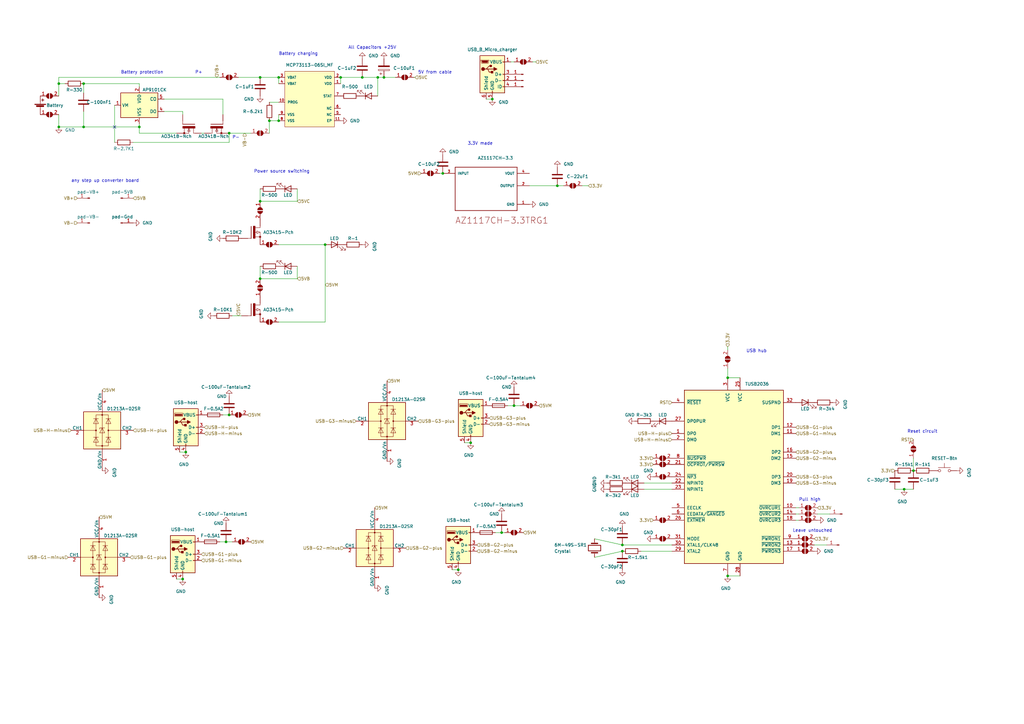
<source format=kicad_sch>
(kicad_sch (version 20211123) (generator eeschema)
  (paper "A3")
  (lib_symbols
    (symbol "3.3:AZ1117CH-3.3TRG1" (pin_names (offset 1.016))
      (property "Reference" "U" (at 2.54 -2.54 0))
      (symbol "AZ1117CH-3.3TRG1_0_0"
        (text "AZ1117CH-3.3TRG1" (at 2.54 -25.4 0) (effects (font (size 2.54 2.54)) (justify left top)))
        (pin power_in line (at 33.02 -20.32 180) (length 5.08) (name "GND") (number "1"))
        (pin power_in line (at 33.02 -12.7 180) (length 5.08) (name "OUTPUT") (number "2"))
        (pin power_in line (at -2.54 -7.62 0) (length 5.08) (name "INPUT") (number "3"))
        (pin power_in line (at 33.02 -7.62 180) (length 5.08) (name "VOUT") (number "4"))
      )
    )
    (symbol "Battery_Management:AP9101CK"
      (property "Reference" "U" (at -7.62 6.35 0))
      (property "Value" "AP9101CK" (at 6.35 6.35 0))
      (symbol "AP9101CK_1_1"
        (pin passive line (at -10.16 0 0) (length 2.54) (name "VM") (number "1"))
        (pin power_in line (at 0 7.62 270) (length 2.54) (name "VDD") (number "2"))
        (pin power_in line (at 0 -7.62 90) (length 2.54) (name "VSS") (number "3"))
        (pin output line (at 10.16 -2.54 180) (length 2.54) (name "DO") (number "4"))
        (pin output line (at 10.16 2.54 180) (length 2.54) (name "CO") (number "5"))
      )
    )
    (symbol "Connector:Conn_01x01_Male" (pin_names (offset 1.016) hide)
      (property "Reference" "J" (at 0 2.54 0))
      (property "Value" "Conn_01x01_Male" (at 0 -2.54 0))
      (symbol "Conn_01x01_Male_1_1"
        (pin passive line (at 5.08 0 180) (length 3.81) (name "Pin_1") (number "1"))
      )
    )
    (symbol "Connector:USB_A" (pin_names (offset 1.016))
      (property "Reference" "J" (at -5.08 11.43 0))
      (property "Value" "USB_A" (at -5.08 8.89 0))
      (symbol "USB_A_1_1"
        (pin power_in line (at 7.62 5.08 180) (length 2.54) (name "VBUS") (number "1"))
        (pin bidirectional line (at 7.62 -2.54 180) (length 2.54) (name "D-") (number "2"))
        (pin bidirectional line (at 7.62 0 180) (length 2.54) (name "D+") (number "3"))
        (pin power_in line (at 0 -10.16 90) (length 2.54) (name "GND") (number "4"))
        (pin passive line (at -2.54 -10.16 90) (length 2.54) (name "Shield") (number "5"))
      )
    )
    (symbol "Connector:USB_B_Micro" (pin_names (offset 1.016))
      (property "Reference" "J" (at -5.08 11.43 0))
      (property "Value" "USB_B_Micro" (at -5.08 8.89 0))
      (symbol "USB_B_Micro_1_1"
        (pin power_out line (at 7.62 5.08 180) (length 2.54) (name "VBUS") (number "1"))
        (pin bidirectional line (at 7.62 -2.54 180) (length 2.54) (name "D-") (number "2"))
        (pin bidirectional line (at 7.62 0 180) (length 2.54) (name "D+") (number "3"))
        (pin passive line (at 7.62 -5.08 180) (length 2.54) (name "ID") (number "4"))
        (pin power_out line (at 0 -10.16 90) (length 2.54) (name "GND") (number "5"))
        (pin passive line (at -2.54 -10.16 90) (length 2.54) (name "Shield") (number "6"))
      )
    )
    (symbol "D1213A-02SR:D1213A-02SR" (pin_names (offset 0))
      (property "Reference" "D" (at 2.794 8.636 0))
      (property "Value" "D1213A-02SR" (at -10.16 8.89 0))
      (symbol "D1213A-02SR_1_1"
        (pin passive line (at 0 -16.51 90) (length 9) (name "GND/Vn") (number "1"))
        (pin passive line (at -12.7 0 0) (length 5.08) (name "CH1") (number "2"))
        (pin passive line (at 12.7 0 180) (length 5.08) (name "CH2") (number "3"))
        (pin passive line (at 0 16.51 270) (length 9.5) (name "VCC/Vn") (number "4"))
      )
    )
    (symbol "Device:Battery_Cell" (pin_numbers hide) (pin_names (offset 0) hide)
      (property "Reference" "BT" (at 2.54 2.54 0))
      (property "Value" "Battery_Cell" (at 2.54 0 0))
      (symbol "Battery_Cell_1_1"
        (pin passive line (at 0 5.08 270) (length 2.54) (name "+") (number "1"))
        (pin passive line (at 0 -2.54 90) (length 2.54) (name "-") (number "2"))
      )
    )
    (symbol "Device:C" (pin_numbers hide) (pin_names (offset 0.254))
      (property "Reference" "C" (at 0.635 2.54 0))
      (property "Value" "C" (at 0.635 -2.54 0))
      (symbol "C_1_1"
        (pin passive line (at 0 3.81 270) (length 2.794) (name "~") (number "1"))
        (pin passive line (at 0 -3.81 90) (length 2.794) (name "~") (number "2"))
      )
    )
    (symbol "Device:C_Polarized" (pin_numbers hide) (pin_names (offset 0.254))
      (property "Reference" "C" (at 0.635 2.54 0))
      (property "Value" "C_Polarized" (at 0.635 -2.54 0))
      (symbol "C_Polarized_1_1"
        (pin passive line (at 0 3.81 270) (length 2.794) (name "~") (number "1"))
        (pin passive line (at 0 -3.81 90) (length 2.794) (name "~") (number "2"))
      )
    )
    (symbol "Device:Crystal" (pin_numbers hide) (pin_names (offset 1.016) hide)
      (property "Reference" "Y" (at 0 3.81 0))
      (property "Value" "Crystal" (at 0 -3.81 0))
      (symbol "Crystal_1_1"
        (pin passive line (at -3.81 0 0) (length 1.27) (name "1") (number "1"))
        (pin passive line (at 3.81 0 180) (length 1.27) (name "2") (number "2"))
      )
    )
    (symbol "Device:Fuse" (pin_numbers hide) (pin_names (offset 0))
      (property "Reference" "F" (at 2.032 0 90))
      (property "Value" "Fuse" (at -1.905 0 90))
      (symbol "Fuse_1_1"
        (pin passive line (at 0 3.81 270) (length 1.27) (name "~") (number "1"))
        (pin passive line (at 0 -3.81 90) (length 1.27) (name "~") (number "2"))
      )
    )
    (symbol "Device:LED" (pin_numbers hide) (pin_names (offset 1.016) hide)
      (property "Reference" "D" (at 0 2.54 0))
      (property "Value" "LED" (at 0 -2.54 0))
      (symbol "LED_1_1"
        (pin passive line (at -3.81 0 0) (length 2.54) (name "K") (number "1"))
        (pin passive line (at 3.81 0 180) (length 2.54) (name "A") (number "2"))
      )
    )
    (symbol "Device:R" (pin_numbers hide) (pin_names (offset 0))
      (property "Reference" "R" (at 2.032 0 90))
      (property "Value" "R" (at 0 0 90))
      (symbol "R_1_1"
        (pin passive line (at 0 3.81 270) (length 1.27) (name "~") (number "1"))
        (pin passive line (at 0 -3.81 90) (length 1.27) (name "~") (number "2"))
      )
    )
    (symbol "Interface_USB:TUSB2036" (pin_names (offset 1.016))
      (property "Reference" "U" (at -19.05 36.83 0))
      (property "Value" "TUSB2036" (at 0 0 0))
      (symbol "TUSB2036_1_1"
        (pin bidirectional line (at -25.4 17.78 0) (length 5.08) (name "DP0") (number "1"))
        (pin input line (at 25.4 -12.7 180) (length 5.08) (name "~{OVRCUR1}") (number "10"))
        (pin bidirectional line (at 25.4 17.78 180) (length 5.08) (name "DM1") (number "11"))
        (pin bidirectional line (at 25.4 20.32 180) (length 5.08) (name "DP1") (number "12"))
        (pin output line (at 25.4 -27.94 180) (length 5.08) (name "~{PWRON2}") (number "13"))
        (pin input line (at 25.4 -15.24 180) (length 5.08) (name "~{OVRCUR2}") (number "14"))
        (pin bidirectional line (at 25.4 7.62 180) (length 5.08) (name "DM2") (number "15"))
        (pin bidirectional line (at 25.4 10.16 180) (length 5.08) (name "DP2") (number "16"))
        (pin output line (at 25.4 -30.48 180) (length 5.08) (name "~{PWRON3}") (number "17"))
        (pin input line (at 25.4 -17.78 180) (length 5.08) (name "~{OVRCUR3}") (number "18"))
        (pin bidirectional line (at 25.4 -2.54 180) (length 5.08) (name "DM3") (number "19"))
        (pin bidirectional line (at -25.4 15.24 0) (length 5.08) (name "DM0") (number "2"))
        (pin bidirectional line (at 25.4 0 180) (length 5.08) (name "DP3") (number "20"))
        (pin input line (at -25.4 5.08 0) (length 5.08) (name "~{OCPROT}/~{PWRSW}") (number "21"))
        (pin input line (at -25.4 -2.54 0) (length 5.08) (name "NPINT0") (number "22"))
        (pin input line (at -25.4 -5.08 0) (length 5.08) (name "NPINT1") (number "23"))
        (pin input line (at -25.4 0 0) (length 5.08) (name "~{NP3}") (number "24"))
        (pin power_in line (at 2.54 40.64 270) (length 5.08) (name "VCC") (number "25"))
        (pin input line (at -25.4 -17.78 0) (length 5.08) (name "~{EXTMEM}") (number "26"))
        (pin output line (at -25.4 22.86 0) (length 5.08) (name "DP0PUR") (number "27"))
        (pin power_in line (at 2.54 -40.64 90) (length 5.08) (name "GND") (number "28"))
        (pin output line (at -25.4 -30.48 0) (length 5.08) (name "XTAL2") (number "29"))
        (pin power_in line (at -2.54 40.64 270) (length 5.08) (name "VCC") (number "3"))
        (pin input line (at -25.4 -27.94 0) (length 5.08) (name "XTAL1/CLK48") (number "30"))
        (pin input line (at -25.4 -25.4 0) (length 5.08) (name "MODE") (number "31"))
        (pin output line (at 25.4 30.48 180) (length 5.08) (name "SUSPND") (number "32"))
        (pin input line (at -25.4 30.48 0) (length 5.08) (name "~{RESET}") (number "4"))
        (pin tri_state line (at -25.4 -12.7 0) (length 5.08) (name "EECLK") (number "5"))
        (pin bidirectional line (at -25.4 -15.24 0) (length 5.08) (name "EEDATA/~{GANGED}") (number "6"))
        (pin power_in line (at -2.54 -40.64 90) (length 5.08) (name "GND") (number "7"))
        (pin input line (at -25.4 7.62 0) (length 5.08) (name "~{BUSPWR}") (number "8"))
        (pin output line (at 25.4 -25.4 180) (length 5.08) (name "~{PWRON1}") (number "9"))
      )
    )
    (symbol "Jumper:SolderJumper_2_Open" (pin_names (offset 0) hide)
      (property "Reference" "JP" (at 0 2.032 0))
      (property "Value" "SolderJumper_2_Open" (at 0 -2.54 0))
      (symbol "SolderJumper_2_Open_1_1"
        (pin passive line (at -3.81 0 0) (length 2.54) (name "A") (number "1"))
        (pin passive line (at 3.81 0 180) (length 2.54) (name "B") (number "2"))
      )
    )
    (symbol "Switch:SW_Push" (pin_numbers hide) (pin_names (offset 1.016) hide)
      (property "Reference" "SW" (at 1.27 2.54 0))
      (property "Value" "SW_Push" (at 0 -1.524 0))
      (symbol "SW_Push_0_1"
        (pin passive line (at -5.08 0 0) (length 2.54) (name "1") (number "1"))
        (pin passive line (at 5.08 0 180) (length 2.54) (name "2") (number "2"))
      )
    )
    (symbol "ao3415:AO3415" (pin_numbers hide) (pin_names (offset 1.016) hide)
      (property "Reference" "Q" (at -11.684 2.54 0))
      (property "Value" "AO3415" (at -11.43 5.08 0))
      (symbol "AO3415_0_0"
        (pin passive line (at -7.62 -2.54 0) (length 2.54) (name "~") (number "1"))
        (pin passive line (at 0 -5.08 90) (length 2.54) (name "~") (number "2"))
        (pin passive line (at 0 5.08 270) (length 2.54) (name "~") (number "3"))
      )
    )
    (symbol "charger-ic:MCP73113-06SI_MF" (pin_names (offset 1.016))
      (property "Reference" "U" (at 0 5.08 0))
      (property "Value" "MCP73113-06SI_MF" (at 0 7.62 0))
      (symbol "MCP73113-06SI_MF_1_1"
        (pin power_in line (at 2.54 -2.54 0) (length 2.54) (name "VDD") (number "1"))
        (pin input line (at 27.94 -10.16 180) (length 2.54) (name "PROG") (number "10"))
        (pin power_in line (at 2.54 -17.78 0) (length 2.54) (name "EP") (number "11"))
        (pin power_in line (at 2.54 0 0) (length 2.54) (name "VDD") (number "2"))
        (pin power_in line (at 27.94 0 180) (length 2.54) (name "VBAT") (number "3"))
        (pin power_in line (at 27.94 -2.54 180) (length 2.54) (name "VBAT") (number "4"))
        (pin passive line (at 2.54 -15.24 0) (length 2.54) (name "NC") (number "5"))
        (pin passive line (at 2.54 -12.7 0) (length 2.54) (name "NC") (number "6"))
        (pin open_collector line (at 2.54 -7.62 0) (length 2.54) (name "STAT") (number "7"))
        (pin power_in line (at 27.94 -17.78 180) (length 2.54) (name "VSS") (number "8"))
        (pin power_in line (at 27.94 -15.24 180) (length 2.54) (name "VSS") (number "9"))
      )
    )
    (symbol "mosfet:AO3418" (pin_numbers hide) (pin_names (offset 1.016) hide)
      (property "Reference" "Q" (at -11.684 2.54 0))
      (property "Value" "AO3418" (at -11.684 -6.858 0))
      (symbol "AO3418_0_0"
        (pin passive line (at -7.62 -2.54 0) (length 2.54) (name "~") (number "1"))
        (pin passive line (at 0 -5.08 90) (length 2.54) (name "~") (number "2"))
        (pin passive line (at 0 5.08 270) (length 2.54) (name "~") (number "3"))
      )
    )
    (symbol "power:GND" (power) (pin_names (offset 0))
      (property "Value" "GND" (at 0 -3.81 0))
      (symbol "GND_1_1"
        (pin power_in line (at 0 0 270) (length 0) hide (name "GND") (number "1"))
      )
    )
  )
  (junction (at 193.04 181.61))
  (junction (at 370.84 200.66))
  (junction (at 106.68 31.75))
  (junction (at 298.45 236.22))
  (junction (at 74.93 237.49))
  (junction (at 76.2 185.42))
  (junction (at 34.29 34.29))
  (junction (at 24.13 34.29))
  (junction (at 93.98 54.61))
  (junction (at 114.3 31.75))
  (junction (at 106.68 82.55))
  (junction (at 148.59 31.75))
  (junction (at 154.94 31.75))
  (junction (at 139.7 31.75))
  (junction (at 93.98 170.18))
  (junction (at 255.27 223.52))
  (junction (at 201.93 40.64))
  (junction (at 298.45 154.94))
  (junction (at 210.82 166.37))
  (junction (at 374.65 193.04))
  (junction (at 133.35 100.33))
  (junction (at 205.74 218.44))
  (junction (at 228.6 76.2))
  (junction (at 114.3 49.53))
  (junction (at 157.48 31.75))
  (junction (at 110.49 49.53))
  (junction (at 181.61 71.12))
  (junction (at 57.15 52.07))
  (junction (at 24.13 52.07))
  (junction (at 34.29 52.07))
  (junction (at 92.71 222.25))
  (junction (at 187.96 233.68))
  (junction (at 106.68 114.3))
  (junction (at 255.27 226.06))
  (no_connect (at 46.99 52.07))
  (wire (pts (xy 162.1792 31.75) (xy 157.48 31.75)))
  (wire (pts (xy 34.29 45.72) (xy 34.29 52.07)))
  (wire (pts (xy 34.29 34.29) (xy 34.29 38.1)))
  (wire (pts (xy 262.89 226.06) (xy 275.59 226.06)))
  (wire (pts (xy 139.7 34.29) (xy 139.7 31.75)))
  (wire (pts (xy 241.3 76.2) (xy 238.76 76.2)))
  (wire (pts (xy 210.82 25.4) (xy 209.55 25.4)))
  (wire (pts (xy 57.15 54.61) (xy 57.15 52.07)))
  (wire (pts (xy 303.53 154.94) (xy 298.45 154.94)))
  (wire (pts (xy 327.66 210.82) (xy 326.39 210.82)))
  (wire (pts (xy 298.45 142.24) (xy 298.45 143.51)))
  (wire (pts (xy 24.13 46.99) (xy 24.13 52.07)))
  (wire (pts (xy 303.53 236.22) (xy 298.45 236.22)))
  (wire (pts (xy 180.34 71.12) (xy 181.61 71.12)))
  (wire (pts (xy 121.92 114.3) (xy 106.68 114.3)))
  (wire (pts (xy 92.71 222.25) (xy 90.17 222.25)))
  (wire (pts (xy 114.3 132.08) (xy 133.35 132.08)))
  (wire (pts (xy 76.2 185.42) (xy 73.66 185.42)))
  (wire (pts (xy 74.93 237.49) (xy 72.39 237.49)))
  (wire (pts (xy 170.18 31.75) (xy 169.7992 31.75)))
  (wire (pts (xy 157.48 31.75) (xy 154.94 31.75)))
  (wire (pts (xy 228.6 76.2) (xy 217.17 76.2)))
  (wire (pts (xy 154.94 39.37) (xy 154.94 31.75)))
  (wire (pts (xy 219.71 25.4) (xy 218.44 25.4)))
  (wire (pts (xy 205.74 218.44) (xy 203.2 218.44)))
  (wire (pts (xy 97.79 31.75) (xy 106.68 31.75)))
  (wire (pts (xy 121.92 77.47) (xy 121.92 82.55)))
  (wire (pts (xy 57.15 34.29) (xy 57.15 35.56)))
  (wire (pts (xy 106.68 31.75) (xy 114.3 31.75)))
  (wire (pts (xy 154.94 31.75) (xy 148.59 31.75)))
  (wire (pts (xy 95.25 222.25) (xy 92.71 222.25)))
  (wire (pts (xy 210.82 166.37) (xy 208.28 166.37)))
  (wire (pts (xy 231.14 76.2) (xy 228.6 76.2)))
  (wire (pts (xy 57.15 50.8) (xy 57.15 52.07)))
  (wire (pts (xy 57.15 52.07) (xy 34.29 52.07)))
  (wire (pts (xy 213.36 166.37) (xy 210.82 166.37)))
  (wire (pts (xy 24.13 31.75) (xy 90.17 31.75)))
  (wire (pts (xy 327.66 208.28) (xy 326.39 208.28)))
  (wire (pts (xy 46.99 43.18) (xy 46.99 58.42)))
  (wire (pts (xy 243.84 228.6) (xy 255.27 226.06)))
  (wire (pts (xy 193.04 181.61) (xy 190.5 181.61)))
  (wire (pts (xy 264.16 198.12) (xy 275.59 198.12)))
  (wire (pts (xy 93.98 54.61) (xy 102.87 54.61)))
  (wire (pts (xy 26.67 34.29) (xy 24.13 34.29)))
  (wire (pts (xy 95.25 129.54) (xy 99.06 129.54)))
  (wire (pts (xy 34.29 52.07) (xy 24.13 52.07)))
  (wire (pts (xy 207.01 218.44) (xy 205.74 218.44)))
  (wire (pts (xy 133.35 100.33) (xy 114.3 100.33)))
  (wire (pts (xy 340.36 210.82) (xy 335.28 210.82)))
  (wire (pts (xy 91.44 40.64) (xy 91.44 46.99)))
  (wire (pts (xy 264.16 200.66) (xy 275.59 200.66)))
  (wire (pts (xy 72.39 54.61) (xy 57.15 54.61)))
  (wire (pts (xy 114.3 49.53) (xy 114.3 46.99)))
  (wire (pts (xy 199.39 40.64) (xy 201.93 40.64)))
  (wire (pts (xy 24.13 34.29) (xy 24.13 31.75)))
  (wire (pts (xy 370.84 200.66) (xy 374.65 200.66)))
  (wire (pts (xy 82.55 54.61) (xy 83.82 54.61)))
  (wire (pts (xy 243.84 220.98) (xy 255.27 223.52)))
  (wire (pts (xy 24.13 39.37) (xy 24.13 34.29)))
  (wire (pts (xy 374.65 187.96) (xy 374.65 193.04)))
  (wire (pts (xy 106.68 109.22) (xy 106.68 114.3)))
  (wire (pts (xy 148.59 31.75) (xy 139.7 31.75)))
  (wire (pts (xy 67.31 45.72) (xy 74.93 45.72)))
  (wire (pts (xy 114.3 31.75) (xy 114.3 34.29)))
  (wire (pts (xy 91.44 40.64) (xy 67.31 40.64)))
  (wire (pts (xy 339.09 223.52) (xy 334.01 223.52)))
  (wire (pts (xy 121.92 82.55) (xy 106.68 82.55)))
  (wire (pts (xy 74.93 45.72) (xy 74.93 46.99)))
  (wire (pts (xy 93.98 58.42) (xy 93.98 54.61)))
  (wire (pts (xy 93.98 170.18) (xy 91.44 170.18)))
  (wire (pts (xy 106.68 77.47) (xy 106.68 82.55)))
  (wire (pts (xy 298.45 151.13) (xy 298.45 154.94)))
  (wire (pts (xy 187.96 233.68) (xy 185.42 233.68)))
  (wire (pts (xy 327.66 213.36) (xy 326.39 213.36)))
  (wire (pts (xy 255.27 223.52) (xy 275.59 223.52)))
  (wire (pts (xy 121.92 109.22) (xy 121.92 114.3)))
  (wire (pts (xy 114.3 41.91) (xy 110.49 41.91)))
  (wire (pts (xy 54.61 58.42) (xy 93.98 58.42)))
  (wire (pts (xy 110.49 49.53) (xy 110.49 54.61)))
  (wire (pts (xy 367.03 200.66) (xy 370.84 200.66)))
  (wire (pts (xy 110.49 49.53) (xy 114.3 49.53)))
  (wire (pts (xy 133.35 132.08) (xy 133.35 100.33)))
  (wire (pts (xy 34.29 34.29) (xy 57.15 34.29)))
  (text "USB hub" (at 306.07 144.78 0) (effects (font (size 1.27 1.27)) (justify left bottom)))
  (text "All Capacitors +25V" (at 162.56 20.32 180) (effects (font (size 1.27 1.27)) (justify right bottom)))
  (text "3.3V made" (at 191.77 59.69 0) (effects (font (size 1.27 1.27)) (justify left bottom)))
  (text "Reset circuit" (at 372.11 177.8 0) (effects (font (size 1.27 1.27)) (justify left bottom)))
  (text "any step up converter board" (at 29.21 74.93 0) (effects (font (size 1.27 1.27)) (justify left bottom)))
  (text "P+" (at 80.01 30.48 0) (effects (font (size 1.27 1.27)) (justify left bottom)))
  (text "5V from cable" (at 171.45 30.48 0) (effects (font (size 1.27 1.27)) (justify left bottom)))
  (text "P-" (at 95.25 57.15 0) (effects (font (size 1.27 1.27)) (justify left bottom)))
  (text "Battery protection" (at 49.53 30.48 0) (effects (font (size 1.27 1.27)) (justify left bottom)))
  (text "Leave untouched" (at 325.12 218.44 0) (effects (font (size 1.27 1.27)) (justify left bottom)))
  (text "Pull high" (at 327.66 205.74 0) (effects (font (size 1.27 1.27)) (justify left bottom)))
  (text "Battery charging" (at 114.3 22.86 0) (effects (font (size 1.27 1.27)) (justify left bottom)))
  (text "Power source switching" (at 104.14 71.12 0) (effects (font (size 1.27 1.27)) (justify left bottom)))
  (hierarchical_label "5VM" (shape input) (at 40.64 212.09 0))
  (hierarchical_label "USB-G1-minus" (shape input) (at 326.39 177.8 0))
  (hierarchical_label "3.3V" (shape input) (at 367.03 193.04 180))
  (hierarchical_label "5VM" (shape input) (at 214.63 218.44 0))
  (hierarchical_label "USB-H-plus" (shape input) (at 275.59 177.8 180))
  (hierarchical_label "USB-H-minus" (shape input) (at 29.21 176.53 180))
  (hierarchical_label "3.3V" (shape input) (at 267.97 190.5 180))
  (hierarchical_label "USB-G3-plus" (shape input) (at 171.45 172.72 0))
  (hierarchical_label "5VM" (shape input) (at 41.91 160.02 0))
  (hierarchical_label "USB-G3-minus" (shape input) (at 200.66 173.99 0))
  (hierarchical_label "USB-G2-plus" (shape input) (at 326.39 185.42 0))
  (hierarchical_label "5VM" (shape input) (at 172.72 71.12 180))
  (hierarchical_label "VB+" (shape input) (at 88.9 31.75 90))
  (hierarchical_label "USB-G3-plus" (shape input) (at 200.66 171.45 0))
  (hierarchical_label "USB-H-minus" (shape input) (at 83.82 177.8 0))
  (hierarchical_label "5VM" (shape input) (at 158.75 156.21 0))
  (hierarchical_label "RST" (shape input) (at 374.65 180.34 180))
  (hierarchical_label "5VM" (shape input) (at 220.98 166.37 0))
  (hierarchical_label "3.3V" (shape input) (at 298.45 142.24 90))
  (hierarchical_label "5VM" (shape input) (at 102.87 222.25 0))
  (hierarchical_label "3.3V" (shape input) (at 334.01 220.98 0))
  (hierarchical_label "USB-G2-minus" (shape input) (at 140.97 224.79 180))
  (hierarchical_label "3.3V" (shape input) (at 267.97 187.96 180))
  (hierarchical_label "USB-G1-plus" (shape input) (at 82.55 227.33 0))
  (hierarchical_label "USB-H-plus" (shape input) (at 83.82 175.26 0))
  (hierarchical_label "3.3V" (shape input) (at 241.3 76.2 0))
  (hierarchical_label "RST" (shape input) (at 275.59 165.1 180))
  (hierarchical_label "USB-G2-minus" (shape input) (at 195.58 226.06 0))
  (hierarchical_label "USB-H-minus" (shape input) (at 275.59 180.34 180))
  (hierarchical_label "5VC" (shape input) (at 219.71 25.4 0))
  (hierarchical_label "5VB" (shape input) (at 121.92 114.3 0))
  (hierarchical_label "VB-" (shape input) (at 31.75 91.44 180))
  (hierarchical_label "USB-G2-plus" (shape input) (at 195.58 223.52 0))
  (hierarchical_label "USB-G1-plus" (shape input) (at 53.34 228.6 0))
  (hierarchical_label "USB-G3-minus" (shape input) (at 326.39 198.12 0))
  (hierarchical_label "USB-G2-minus" (shape input) (at 326.39 187.96 0))
  (hierarchical_label "5VM" (shape input) (at 133.35 116.84 0))
  (hierarchical_label "USB-G2-plus" (shape input) (at 166.37 224.79 0))
  (hierarchical_label "5VM" (shape input) (at 153.67 208.28 0))
  (hierarchical_label "USB-G3-minus" (shape input) (at 146.05 172.72 180))
  (hierarchical_label "USB-G1-minus" (shape input) (at 82.55 229.87 0))
  (hierarchical_label "5VC" (shape input) (at 170.18 31.75 0))
  (hierarchical_label "USB-G3-plus" (shape input) (at 326.39 195.58 0))
  (hierarchical_label "VB-" (shape input) (at 100.33 54.61 270))
  (hierarchical_label "3.3V" (shape input) (at 267.97 213.36 180))
  (hierarchical_label "USB-H-plus" (shape input) (at 54.61 176.53 0))
  (hierarchical_label "3.3V" (shape input) (at 335.28 208.28 0))
  (hierarchical_label "USB-G1-minus" (shape input) (at 27.94 228.6 180))
  (hierarchical_label "5VB" (shape input) (at 54.61 81.28 0))
  (hierarchical_label "5VC" (shape input) (at 97.79 129.54 90))
  (hierarchical_label "5VC" (shape input) (at 121.92 82.55 0))
  (hierarchical_label "VB+" (shape input) (at 31.75 81.28 180))
  (hierarchical_label "USB-G1-plus" (shape input) (at 326.39 175.26 0))
  (hierarchical_label "5VM" (shape input) (at 101.6 170.18 0))
  (symbol (lib_id "Device:LED") (at 260.35 198.12 0) (mirror x) (unit 1)
    (property "Reference" "D9" (effects hide))
    (property "Value" "LED" (at 260.35 195.58 0))
  )
  (symbol (lib_id "Device:Crystal") (at 243.84 224.79 270) (mirror x) (unit 1)
    (property "Reference" "6M-49S-SR1" (at 227.33 223.52 90) (effects (justify left)))
    (property "Value" "Crystal" (at 227.33 226.06 90) (effects (justify left)))
  )
  (symbol (lib_id "Device:R") (at 95.25 97.79 270) (unit 1)
    (property "Reference" "R-10K2" (at 95.25 95.25 90))
    (property "Value" "R" (effects hide))
  )
  (symbol (lib_id "power:GND") (at 267.97 220.98 270) (unit 1)
    (property "Reference" "#PWR0136" (effects hide))
    (property "Value" "GND" (at 267.97 218.44 90) (effects (justify right)))
  )
  (symbol (lib_id "Device:R") (at 50.8 58.42 90) (unit 1)
    (property "Reference" "R-2.7K1" (at 50.8 60.96 90))
    (property "Value" "R" (effects hide))
  )
  (symbol (lib_id "Device:C") (at 148.59 27.94 0) (mirror x) (unit 1)
    (property "Reference" "C-1uF2" (at 138.43 27.94 0) (effects (justify left)))
    (property "Value" "C" (effects hide))
  )
  (symbol (lib_id "3.3:AZ1117CH-3.3TRG1") (at 184.15 63.5 0) (unit 1)
    (property "Reference" "AZ1117CH-3.3" (at 203.2 64.77 0))
    (property "Value" "AZ1117CH-3.3TRG1" (effects hide))
    (property "Footprint" "DIODES_AZ1117CH-3.3TRG1_0" (effects hide))
    (property "DATASHEET" "https://www.diodes.com/assets/Datasheets/AZ1117C.pdf" (effects hide))
    (property "FOOTPRINT_URL" "https://www.diodes.com/assets/Package-Files/SOT223.pdf" (effects hide))
    (property "HEIGHT" "1.8mm" (effects hide))
    (property "LEAD_FREE" "yes" (effects hide))
    (property "NUMBER_OF_OUTPUTS" "1" (effects hide))
    (property "OUTPUT_CURRENT" "0.8A" (effects hide))
    (property "MOUSER_DESCRIPTION" "LDO Voltage Regulators LDO BJT HiCurr 1.15V at 1A" (effects hide))
    (property "MFG_PACKAGE_IDENT_REV" "0" (effects hide))
    (property "TEMPERATURE_RANGE_LOW" "-20°C" (effects hide))
    (property "AMBIENT_TEMPERATURE_RANGE_LOW" "-40°C" (effects hide))
    (property "ROHS" "yes" (effects hide))
    (property "VERIFICATION_VERSION" "0.0.0.1" (effects hide))
    (property "PACKAGE" "SOT223" (effects hide))
    (property "DIGIKEY_PART_NUMBER" "AZ1117CH-3.3TRG1DICT-ND" (effects hide))
    (property "AMBIENT_TEMPERATURE_RANGE_HIGH" "+85°C" (effects hide))
    (property "DEVICE_CLASS_L2" "Power Management ICs" (effects hide))
    (property "DEVICE_CLASS_L3" "Voltage Regulators - Linear" (effects hide))
    (property "MF" "Diodes" (effects hide))
    (property "DEVICE_CLASS_L1" "Integrated Circuits (ICs)" (effects hide))
    (property "MPN" "AZ1117CH-3.3TRG1" (effects hide))
    (property "STANDOFF_HEIGHT" "0.01mm" (effects hide))
    (property "PREFIX" "U" (effects hide))
    (property "MAX_JUNCTION_TEMP" "+125°C" (effects hide))
    (property "DIGIKEY_DESCRIPTION" "IC REG LINEAR 3.3V 800MA SOT223" (effects hide))
    (property "MAX_SUPPLY_VOLTAGE" "15V" (effects hide))
    (property "MFG_PACKAGE_IDENT" "SOT223" (effects hide))
    (property "CENTROID_NOT_SPECIFIED" "No" (effects hide))
    (property "NOMINAL_SUPPLY_CURRENT" "4mA" (effects hide))
    (property "MOUSER_PART_NUMBER" "621-AZ1117CH-3.3TRG1" (effects hide))
    (property "TEMPERATURE_RANGE_HIGH" "+125°C" (effects hide))
    (property "ACCURACY_PERCENTAGE" "1%" (effects hide))
    (property "OUTPUT_VOLTAGE" "3.3V" (effects hide))
    (property "MFG_PACKAGE_IDENT_DATE" "03/2017" (effects hide))
    (property "DROPOUT_VOLTAGE" "1.2V" (effects hide))
  )
  (symbol (lib_id "charger-ic:MCP73113-06SI_MF") (at 142.24 31.75 0) (mirror y) (unit 1)
    (property "Reference" "U2" (effects hide))
    (property "Value" "MCP73113-06SI_MF" (at 127 26.67 0))
    (property "Footprint" "Microchip-MCP73113-06SI_MF-*" (effects hide))
    (property "Datasheet Version" "revB, Jul-2009" (effects hide))
    (property "Package Description" "10-Lead Plastic Dual Flat, No Lead Package (MF) - 3x3x0.9mm Body [DFN]" (effects hide))
    (property "Package Version" "revBB, Aug-2009" (effects hide))
    (property "category" "IC" (effects hide))
    (property "ciiva ids" "961350" (effects hide))
    (property "library id" "f0137b9eeb54866d" (effects hide))
    (property "manufacturer" "Microchip" (effects hide))
    (property "package" "DFN-MF10" (effects hide))
    (property "release date" "1300348562" (effects hide))
    (property "vault revision" "5E34CB8A-9EBF-4377-A7F7-58D6D8FE722C" (effects hide))
    (property "imported" "yes" (effects hide))
  )
  (symbol (lib_id "Jumper:SolderJumper_2_Open") (at 97.79 170.18 0) (unit 1)
    (property "Reference" "JP4" (effects hide))
    (property "Value" "SolderJumper_2_Open" (effects hide))
  )
  (symbol (lib_id "Connector:Conn_01x01_Male") (at 49.53 81.28 0) (unit 1)
    (property "Reference" "J3" (effects hide))
    (property "Value" "pad-5VB" (at 50.165 78.74 0))
  )
  (symbol (lib_id "Jumper:SolderJumper_2_Open") (at 234.95 76.2 0) (unit 1)
    (property "Reference" "JP16" (effects hide))
    (property "Value" "SolderJumper_2_Open" (effects hide))
  )
  (symbol (lib_id "Device:R") (at 143.51 39.37 270) (mirror x) (unit 1)
    (property "Reference" "R1" (effects hide))
    (property "Value" "R-500" (at 143.51 35.56 90))
  )
  (symbol (lib_id "mosfet:AO3418") (at 88.9 54.61 90) (mirror x) (unit 1)
    (property "Reference" "Q2" (effects hide))
    (property "Value" "AO3418-Nch" (at 87.63 55.88 90))
  )
  (symbol (lib_id "Device:R") (at 144.78 100.33 90) (mirror x) (unit 1)
    (property "Reference" "R-1" (at 144.78 97.79 90))
    (property "Value" "R" (effects hide))
  )
  (symbol (lib_id "ao3415:AO3415") (at 106.68 95.25 0) (unit 1)
    (property "Reference" "Q3" (effects hide))
    (property "Value" "AO3415-Pch" (at 107.95 95.2753 0) (effects (justify left)))
  )
  (symbol (lib_id "Jumper:SolderJumper_2_Open") (at 331.47 210.82 0) (unit 1)
    (property "Reference" "JP27" (effects hide))
    (property "Value" "SolderJumper_2_Open" (effects hide))
  )
  (symbol (lib_id "Device:R") (at 110.49 77.47 270) (mirror x) (unit 1)
    (property "Reference" "R2" (effects hide))
    (property "Value" "R-500" (at 110.49 80.01 90))
  )
  (symbol (lib_id "Connector:USB_A") (at 76.2 175.26 0) (unit 1)
    (property "Reference" "J6" (effects hide))
    (property "Value" "USB-host" (at 76.2 165.1 0))
    (property "Datasheet" " ~" (effects hide))
  )
  (symbol (lib_id "D1213A-02SR:D1213A-02SR") (at 153.67 224.79 0) (unit 1)
    (property "Reference" "D7" (effects hide))
    (property "Value" "D1213A-02SR" (at 162.56 215.9 0))
    (property "Footprint" "Package_TO_SOT_SMD:SOT-143" (effects hide))
    (property "Datasheet" "https://www.tme.eu/Document/cd3c99dfb4b2f2de15fc9cdceb3df3db/D1213A-02SR.pdf" (effects hide))
  )
  (symbol (lib_id "Jumper:SolderJumper_2_Open") (at 217.17 166.37 0) (unit 1)
    (property "Reference" "JP15" (effects hide))
    (property "Value" "SolderJumper_2_Open" (effects hide))
  )
  (symbol (lib_id "Device:Fuse") (at 86.36 222.25 90) (unit 1)
    (property "Reference" "F-0.5A1" (at 86.36 219.71 90))
    (property "Value" "Fuse" (effects hide))
  )
  (symbol (lib_id "power:GND") (at 217.17 83.82 90) (unit 1)
    (property "Reference" "#PWR0133" (effects hide))
    (property "Value" "GND" (at 220.98 83.8199 90) (effects (justify right)))
  )
  (symbol (lib_id "power:GND") (at 335.28 213.36 90) (unit 1)
    (property "Reference" "#PWR0127" (effects hide))
    (property "Value" "GND" (at 339.09 213.3599 90) (effects (justify right)))
  )
  (symbol (lib_id "power:GND") (at 181.61 63.5 180) (unit 1)
    (property "Reference" "#PWR0111" (effects hide))
    (property "Value" "GND" (at 184.15 62.2299 0) (effects (justify right)))
  )
  (symbol (lib_id "power:GND") (at 205.74 210.82 180) (unit 1)
    (property "Reference" "#PWR0115" (effects hide))
    (property "Value" "GND" (at 200.66 210.82 0) (effects (justify right)))
  )
  (symbol (lib_id "power:GND") (at 93.98 162.56 180) (unit 1)
    (property "Reference" "#PWR0105" (effects hide))
    (property "Value" "GND" (at 88.9 162.56 0) (effects (justify right)))
  )
  (symbol (lib_id "Device:R") (at 30.48 34.29 90) (unit 1)
    (property "Reference" "R-330" (at 30.48 36.83 90))
    (property "Value" "R" (effects hide))
  )
  (symbol (lib_id "power:GND") (at 157.48 24.13 0) (mirror x) (unit 1)
    (property "Reference" "#PWR0130" (effects hide))
    (property "Value" "GND" (at 160.02 22.8601 0) (effects (justify left)))
  )
  (symbol (lib_id "Device:C") (at 228.6 72.39 0) (mirror x) (unit 1)
    (property "Reference" "C-22uF1" (at 232.41 72.39 0) (effects (justify left)))
    (property "Value" "C" (effects hide))
  )
  (symbol (lib_id "Connector:Conn_01x01_Male") (at 36.83 81.28 180) (unit 1)
    (property "Reference" "J1" (effects hide))
    (property "Value" "pad-VB+" (at 36.195 78.74 0))
  )
  (symbol (lib_id "Battery_Management:AP9101CK") (at 57.15 43.18 0) (unit 1)
    (property "Reference" "U1" (effects hide))
    (property "Value" "AP9101CK" (at 58.42 36.83 0) (effects (justify left)))
    (property "Footprint" "Package_TO_SOT_SMD:SOT-23-5" (effects hide))
    (property "Datasheet" "https://www.diodes.com/assets/Datasheets/AP9101C.pdf" (effects hide))
  )
  (symbol (lib_id "mosfet:AO3418") (at 77.47 54.61 270) (unit 1)
    (property "Reference" "Q1" (effects hide))
    (property "Value" "AO3418-Nch" (at 72.39 55.88 90))
  )
  (symbol (lib_id "power:GND") (at 91.44 97.79 270) (unit 1)
    (property "Reference" "#PWR0103" (effects hide))
    (property "Value" "GND" (at 86.36 99.06 0) (effects (justify right)))
  )
  (symbol (lib_id "Device:C") (at 255.27 229.87 0) (mirror x) (unit 1)
    (property "Reference" "C-30pF2" (at 246.38 232.41 0) (effects (justify left)))
    (property "Value" "C" (effects hide))
  )
  (symbol (lib_id "power:GND") (at 40.64 245.11 90) (unit 1)
    (property "Reference" "#PWR0110" (effects hide))
    (property "Value" "GND" (at 45.72 243.84 0) (effects (justify right)))
  )
  (symbol (lib_id "Connector:USB_A") (at 193.04 171.45 0) (unit 1)
    (property "Reference" "J8" (effects hide))
    (property "Value" "USB-host" (at 193.04 161.29 0))
    (property "Datasheet" " ~" (effects hide))
  )
  (symbol (lib_id "Jumper:SolderJumper_2_Open") (at 298.45 147.32 90) (unit 1)
    (property "Reference" "JP22" (effects hide))
    (property "Value" "SolderJumper_2_Open" (effects hide))
  )
  (symbol (lib_id "Switch:SW_Push") (at 387.35 193.04 0) (unit 1)
    (property "Reference" "SW1" (effects hide))
    (property "Value" "RESET-Btn" (at 387.35 187.96 0))
  )
  (symbol (lib_id "Jumper:SolderJumper_2_Open") (at 20.32 46.99 0) (unit 1)
    (property "Reference" "JP2" (effects hide))
    (property "Value" "SolderJumper_2_Open" (effects hide))
  )
  (symbol (lib_id "Jumper:SolderJumper_2_Open") (at 20.32 39.37 0) (unit 1)
    (property "Reference" "JP1" (effects hide))
    (property "Value" "SolderJumper_2_Open" (effects hide))
  )
  (symbol (lib_id "Device:LED") (at 260.35 200.66 0) (unit 1)
    (property "Reference" "D10" (effects hide))
    (property "Value" "LED" (at 260.35 203.2 0))
  )
  (symbol (lib_id "power:GND") (at 158.75 189.23 90) (unit 1)
    (property "Reference" "#PWR0114" (effects hide))
    (property "Value" "GND" (at 163.83 187.96 0) (effects (justify right)))
  )
  (symbol (lib_id "Device:C") (at 374.65 196.85 0) (mirror x) (unit 1)
    (property "Reference" "C-1uF3" (at 377.19 196.85 0) (effects (justify left)))
    (property "Value" "C" (effects hide))
  )
  (symbol (lib_id "Connector:USB_B_Micro") (at 201.93 30.48 0) (unit 1)
    (property "Reference" "J9" (effects hide))
    (property "Value" "USB_B_Micro_charger" (at 201.93 20.32 0))
  )
  (symbol (lib_id "Jumper:SolderJumper_2_Open") (at 214.63 25.4 0) (unit 1)
    (property "Reference" "JP14" (effects hide))
    (property "Value" "SolderJumper_2_Open" (effects hide))
  )
  (symbol (lib_id "Device:LED") (at 118.11 109.22 0) (mirror x) (unit 1)
    (property "Reference" "D4" (effects hide))
    (property "Value" "LED" (at 118.11 111.76 0))
  )
  (symbol (lib_id "Device:C") (at 210.82 162.56 180) (unit 1)
    (property "Reference" "C-100uF-Tantalum4" (at 219.71 154.94 0) (effects (justify left)))
    (property "Value" "C" (effects hide))
  )
  (symbol (lib_id "Device:C") (at 106.68 35.56 0) (mirror x) (unit 1)
    (property "Reference" "C-1uF1" (at 96.52 35.56 0) (effects (justify left)))
    (property "Value" "C" (effects hide))
  )
  (symbol (lib_id "power:GND") (at 298.45 236.22 0) (unit 1)
    (property "Reference" "#PWR0138" (effects hide))
    (property "Value" "GND" (at 299.72 241.3 0) (effects (justify right)))
  )
  (symbol (lib_id "Jumper:SolderJumper_2_Open") (at 106.68 86.36 270) (unit 1)
    (property "Reference" "JP7" (effects hide))
    (property "Value" "SolderJumper_2_Open" (effects hide))
  )
  (symbol (lib_id "power:GND") (at 92.71 214.63 180) (unit 1)
    (property "Reference" "#PWR0107" (effects hide))
    (property "Value" "GND" (at 87.63 214.63 0) (effects (justify right)))
  )
  (symbol (lib_id "Jumper:SolderJumper_2_Open") (at 271.78 190.5 0) (unit 1)
    (property "Reference" "JP18" (effects hide))
    (property "Value" "SolderJumper_2_Open" (effects hide))
  )
  (symbol (lib_id "Jumper:SolderJumper_2_Open") (at 99.06 222.25 0) (unit 1)
    (property "Reference" "JP5" (effects hide))
    (property "Value" "SolderJumper_2_Open" (effects hide))
  )
  (symbol (lib_id "Device:R") (at 252.73 200.66 270) (mirror x) (unit 1)
    (property "Reference" "R-3k2" (at 251.46 203.2 90))
    (property "Value" "R" (effects hide))
  )
  (symbol (lib_id "Device:R") (at 110.49 45.72 0) (mirror y) (unit 1)
    (property "Reference" "R-6.2k1" (at 107.95 45.7199 0) (effects (justify left)))
    (property "Value" "R" (effects hide))
  )
  (symbol (lib_id "power:GND") (at 24.13 52.07 0) (unit 1)
    (property "Reference" "#PWR0101" (effects hide))
    (property "Value" "GND" (at 26.67 53.3399 0) (effects (justify left)))
  )
  (symbol (lib_id "Connector:Conn_01x01_Male") (at 214.63 35.56 180) (unit 1)
    (property "Reference" "J12" (effects hide))
    (property "Value" "pad" (effects hide))
  )
  (symbol (lib_id "Interface_USB:TUSB2036") (at 300.99 195.58 0) (unit 1)
    (property "Reference" "U3" (effects hide))
    (property "Value" "TUSB2036" (at 305.5494 157.48 0) (effects (justify left)))
    (property "Footprint" "Package_QFP:LQFP-32_7x7mm_P0.8mm" (effects hide))
    (property "Datasheet" "http://www.ti.com/lit/ds/symlink/tusb2036.pdf" (effects hide))
  )
  (symbol (lib_id "power:GND") (at 153.67 241.3 90) (unit 1)
    (property "Reference" "#PWR0117" (effects hide))
    (property "Value" "GND" (at 158.75 240.03 0) (effects (justify right)))
  )
  (symbol (lib_id "power:GND") (at 248.92 200.66 270) (unit 1)
    (property "Reference" "#PWR0122" (effects hide))
    (property "Value" "GND" (at 243.84 201.93 0) (effects (justify right)))
  )
  (symbol (lib_id "Connector:Conn_01x01_Male") (at 345.44 210.82 180) (unit 1)
    (property "Reference" "J14" (effects hide))
    (property "Value" "pad-VB-" (effects hide))
  )
  (symbol (lib_id "power:GND") (at 148.59 100.33 90) (unit 1)
    (property "Reference" "#PWR0113" (effects hide))
    (property "Value" "GND" (at 153.67 99.06 0) (effects (justify right)))
  )
  (symbol (lib_id "Device:R") (at 370.84 193.04 270) (mirror x) (unit 1)
    (property "Reference" "R-15k1" (at 370.84 190.5 90))
    (property "Value" "R" (effects hide))
  )
  (symbol (lib_id "Device:Fuse") (at 87.63 170.18 90) (unit 1)
    (property "Reference" "F-0.5A2" (at 87.63 167.64 90))
    (property "Value" "Fuse" (effects hide))
  )
  (symbol (lib_id "power:GND") (at 392.43 193.04 90) (unit 1)
    (property "Reference" "#PWR0128" (effects hide))
    (property "Value" "GND" (at 397.51 191.77 0) (effects (justify right)))
  )
  (symbol (lib_id "Device:LED") (at 271.78 172.72 0) (unit 1)
    (property "Reference" "D11" (effects hide))
    (property "Value" "LED" (at 271.78 170.18 0))
  )
  (symbol (lib_id "Device:C_Polarized") (at 157.48 27.94 0) (mirror x) (unit 1)
    (property "Reference" "C-10uF1" (at 161.29 27.94 0) (effects (justify left)))
    (property "Value" "C_Polarized" (effects hide))
  )
  (symbol (lib_id "Device:C") (at 181.61 67.31 0) (mirror x) (unit 1)
    (property "Reference" "C-10uF2" (at 171.45 67.31 0) (effects (justify left)))
    (property "Value" "C" (effects hide))
  )
  (symbol (lib_id "Jumper:SolderJumper_2_Open") (at 110.49 100.33 0) (unit 1)
    (property "Reference" "JP9" (effects hide))
    (property "Value" "SolderJumper_2_Open" (effects hide))
  )
  (symbol (lib_id "D1213A-02SR:D1213A-02SR") (at 158.75 172.72 0) (unit 1)
    (property "Reference" "D8" (effects hide))
    (property "Value" "D1213A-02SR" (at 167.64 163.83 0))
    (property "Footprint" "Package_TO_SOT_SMD:SOT-143" (effects hide))
    (property "Datasheet" "https://www.tme.eu/Document/cd3c99dfb4b2f2de15fc9cdceb3df3db/D1213A-02SR.pdf" (effects hide))
  )
  (symbol (lib_id "power:GND") (at 76.2 185.42 0) (unit 1)
    (property "Reference" "#PWR0106" (effects hide))
    (property "Value" "GND" (at 77.47 190.5 0) (effects (justify right)))
  )
  (symbol (lib_id "power:GND") (at 139.7 49.53 90) (mirror x) (unit 1)
    (property "Reference" "#PWR0132" (effects hide))
    (property "Value" "GND" (at 143.51 49.5299 90) (effects (justify right)))
  )
  (symbol (lib_id "Device:LED") (at 118.11 77.47 0) (mirror x) (unit 1)
    (property "Reference" "D3" (effects hide))
    (property "Value" "LED" (at 118.11 80.01 0))
  )
  (symbol (lib_id "power:GND") (at 87.63 129.54 270) (unit 1)
    (property "Reference" "#PWR0116" (effects hide))
    (property "Value" "GND" (at 82.55 130.81 0) (effects (justify right)))
  )
  (symbol (lib_id "Device:R") (at 110.49 109.22 270) (unit 1)
    (property "Reference" "R3" (effects hide))
    (property "Value" "R-500" (at 110.49 111.76 90))
  )
  (symbol (lib_id "Device:C") (at 205.74 214.63 180) (unit 1)
    (property "Reference" "C-100uF-Tantalum3" (at 214.63 207.01 0) (effects (justify left)))
    (property "Value" "C" (effects hide))
  )
  (symbol (lib_id "Jumper:SolderJumper_2_Open") (at 331.47 213.36 0) (unit 1)
    (property "Reference" "JP28" (effects hide))
    (property "Value" "SolderJumper_2_Open" (effects hide))
  )
  (symbol (lib_id "power:GND") (at 370.84 200.66 0) (unit 1)
    (property "Reference" "#PWR0129" (effects hide))
    (property "Value" "GND" (at 372.11 205.74 0) (effects (justify right)))
  )
  (symbol (lib_id "Device:LED") (at 151.13 39.37 0) (mirror x) (unit 1)
    (property "Reference" "D6" (effects hide))
    (property "Value" "LED" (at 151.13 35.56 0))
  )
  (symbol (lib_id "Connector:USB_A") (at 74.93 227.33 0) (unit 1)
    (property "Reference" "J5" (effects hide))
    (property "Value" "USB-host" (at 74.93 217.17 0))
    (property "Datasheet" " ~" (effects hide))
  )
  (symbol (lib_id "Connector:Conn_01x01_Male") (at 36.83 91.44 180) (unit 1)
    (property "Reference" "J2" (effects hide))
    (property "Value" "pad-VB-" (at 36.195 88.9 0))
  )
  (symbol (lib_id "Jumper:SolderJumper_2_Open") (at 271.78 213.36 0) (unit 1)
    (property "Reference" "JP20" (effects hide))
    (property "Value" "SolderJumper_2_Open" (effects hide))
  )
  (symbol (lib_id "Connector:Conn_01x01_Male") (at 344.17 223.52 180) (unit 1)
    (property "Reference" "J13" (effects hide))
    (property "Value" "pad-VB-" (effects hide))
  )
  (symbol (lib_id "power:GND") (at 260.35 172.72 270) (unit 1)
    (property "Reference" "#PWR0120" (effects hide))
    (property "Value" "GND" (at 260.35 170.18 90) (effects (justify right)))
  )
  (symbol (lib_id "power:GND") (at 187.96 233.68 0) (unit 1)
    (property "Reference" "#PWR0119" (effects hide))
    (property "Value" "GND" (at 189.23 238.76 0) (effects (justify right)))
  )
  (symbol (lib_id "Jumper:SolderJumper_2_Open") (at 93.98 31.75 0) (unit 1)
    (property "Reference" "JP3" (effects hide))
    (property "Value" "SolderJumper_2_Open" (effects hide))
  )
  (symbol (lib_id "Device:R") (at 264.16 172.72 270) (mirror x) (unit 1)
    (property "Reference" "R-3k3" (at 264.16 170.18 90))
    (property "Value" "R" (effects hide))
  )
  (symbol (lib_id "Connector:Conn_01x01_Male") (at 49.53 91.44 0) (unit 1)
    (property "Reference" "J4" (effects hide))
    (property "Value" "pad-Gnd" (at 50.165 88.9 0))
  )
  (symbol (lib_id "Jumper:SolderJumper_2_Open") (at 176.53 71.12 0) (unit 1)
    (property "Reference" "JP12" (effects hide))
    (property "Value" "SolderJumper_2_Open" (effects hide))
  )
  (symbol (lib_id "power:GND") (at 201.93 40.64 0) (mirror y) (unit 1)
    (property "Reference" "#PWR0112" (effects hide))
    (property "Value" "GND" (at 204.47 41.9099 0) (effects (justify right)))
  )
  (symbol (lib_id "Device:C") (at 255.27 219.71 0) (mirror x) (unit 1)
    (property "Reference" "C-30pF1" (at 246.38 217.17 0) (effects (justify left)))
    (property "Value" "C" (effects hide))
  )
  (symbol (lib_id "Jumper:SolderJumper_2_Open") (at 106.68 54.61 0) (unit 1)
    (property "Reference" "JP6" (effects hide))
    (property "Value" "SolderJumper_2_Open" (effects hide))
  )
  (symbol (lib_id "Jumper:SolderJumper_2_Open") (at 330.2 226.06 0) (unit 1)
    (property "Reference" "JP25" (effects hide))
    (property "Value" "SolderJumper_2_Open" (effects hide))
  )
  (symbol (lib_id "power:GND") (at 210.82 158.75 180) (unit 1)
    (property "Reference" "#PWR0121" (effects hide))
    (property "Value" "GND" (at 205.74 158.75 0) (effects (justify right)))
  )
  (symbol (lib_id "Device:LED") (at 137.16 100.33 0) (mirror y) (unit 1)
    (property "Reference" "D5" (effects hide))
    (property "Value" "LED" (at 137.16 97.79 0))
  )
  (symbol (lib_id "power:GND") (at 54.61 91.44 90) (unit 1)
    (property "Reference" "#PWR0102" (effects hide))
    (property "Value" "GND" (at 58.42 91.4399 90) (effects (justify right)))
  )
  (symbol (lib_id "Device:C") (at 34.29 41.91 180) (unit 1)
    (property "Reference" "C-100nF1" (at 45.72 41.91 0) (effects (justify left)))
    (property "Value" "C" (effects hide))
  )
  (symbol (lib_id "Connector:Conn_01x01_Male") (at 214.63 30.48 180) (unit 1)
    (property "Reference" "J10" (effects hide))
    (property "Value" "pad" (effects hide))
  )
  (symbol (lib_id "power:GND") (at 74.93 237.49 0) (unit 1)
    (property "Reference" "#PWR0109" (effects hide))
    (property "Value" "GND" (at 76.2 242.57 0) (effects (justify right)))
  )
  (symbol (lib_id "Jumper:SolderJumper_2_Open") (at 331.47 208.28 0) (unit 1)
    (property "Reference" "JP26" (effects hide))
    (property "Value" "SolderJumper_2_Open" (effects hide))
  )
  (symbol (lib_id "Connector:Conn_01x01_Male") (at 214.63 33.02 180) (unit 1)
    (property "Reference" "J11" (effects hide))
    (property "Value" "pad" (effects hide))
  )
  (symbol (lib_id "Device:R") (at 378.46 193.04 270) (mirror x) (unit 1)
    (property "Reference" "R-1k1" (at 378.46 190.5 90))
    (property "Value" "R" (effects hide))
  )
  (symbol (lib_id "Jumper:SolderJumper_2_Open") (at 374.65 184.15 90) (unit 1)
    (property "Reference" "JP29" (effects hide))
    (property "Value" "SolderJumper_2_Open" (effects hide))
  )
  (symbol (lib_id "Jumper:SolderJumper_2_Open") (at 210.82 218.44 0) (unit 1)
    (property "Reference" "JP13" (effects hide))
    (property "Value" "SolderJumper_2_Open" (effects hide))
  )
  (symbol (lib_id "Jumper:SolderJumper_2_Open") (at 110.49 132.08 0) (unit 1)
    (property "Reference" "JP10" (effects hide))
    (property "Value" "SolderJumper_2_Open" (effects hide))
  )
  (symbol (lib_id "power:GND") (at 334.01 226.06 90) (unit 1)
    (property "Reference" "#PWR0125" (effects hide))
    (property "Value" "GND" (at 337.82 226.0599 90) (effects (justify right)))
  )
  (symbol (lib_id "power:GND") (at 193.04 181.61 0) (unit 1)
    (property "Reference" "#PWR0118" (effects hide))
    (property "Value" "GND" (at 194.31 186.69 0) (effects (justify right)))
  )
  (symbol (lib_id "ao3415:AO3415") (at 106.68 127 0) (unit 1)
    (property "Reference" "Q4" (effects hide))
    (property "Value" "AO3415-Pch" (at 107.95 127.0253 0) (effects (justify left)))
  )
  (symbol (lib_id "Device:C") (at 93.98 166.37 180) (unit 1)
    (property "Reference" "C-100uF-Tantalum2" (at 102.87 158.75 0) (effects (justify left)))
    (property "Value" "C" (effects hide))
  )
  (symbol (lib_id "Connector:USB_A") (at 187.96 223.52 0) (unit 1)
    (property "Reference" "J7" (effects hide))
    (property "Value" "USB-host" (at 187.96 213.36 0))
    (property "Datasheet" " ~" (effects hide))
  )
  (symbol (lib_id "power:GND") (at 248.92 198.12 270) (unit 1)
    (property "Reference" "#PWR0123" (effects hide))
    (property "Value" "GND" (at 243.84 199.39 0) (effects (justify right)))
  )
  (symbol (lib_id "Device:C") (at 367.03 196.85 0) (mirror x) (unit 1)
    (property "Reference" "C-30pF3" (at 355.6 196.85 0) (effects (justify left)))
    (property "Value" "C" (effects hide))
  )
  (symbol (lib_id "Device:C") (at 92.71 218.44 180) (unit 1)
    (property "Reference" "C-100uF-Tantalum1" (at 101.6 210.82 0) (effects (justify left)))
    (property "Value" "C" (effects hide))
  )
  (symbol (lib_id "power:GND") (at 267.97 195.58 270) (unit 1)
    (property "Reference" "#PWR0124" (effects hide))
    (property "Value" "GND" (at 267.97 193.04 90) (effects (justify right)))
  )
  (symbol (lib_id "Device:R") (at 259.08 226.06 270) (mirror x) (unit 1)
    (property "Reference" "R-1.5k1" (at 261.62 228.6 90))
    (property "Value" "R" (effects hide))
  )
  (symbol (lib_id "power:GND") (at 255.27 215.9 180) (unit 1)
    (property "Reference" "#PWR0135" (effects hide))
    (property "Value" "GND" (at 254 210.82 0) (effects (justify right)))
  )
  (symbol (lib_id "Jumper:SolderJumper_2_Open") (at 165.9892 31.75 0) (unit 1)
    (property "Reference" "JP11" (effects hide))
    (property "Value" "SolderJumper_2_Open" (effects hide))
  )
  (symbol (lib_id "Jumper:SolderJumper_2_Open") (at 271.78 187.96 0) (unit 1)
    (property "Reference" "JP17" (effects hide))
    (property "Value" "SolderJumper_2_Open" (effects hide))
  )
  (symbol (lib_id "Device:LED") (at 330.2 165.1 0) (mirror y) (unit 1)
    (property "Reference" "D12" (effects hide))
    (property "Value" "LED" (at 330.2 167.64 0))
  )
  (symbol (lib_id "power:GND") (at 106.68 39.37 0) (mirror y) (unit 1)
    (property "Reference" "#PWR0104" (effects hide))
    (property "Value" "GND" (at 104.14 40.6399 0) (effects (justify left)))
  )
  (symbol (lib_id "Device:Battery_Cell") (at 16.51 44.45 0) (unit 1)
    (property "Reference" "BT1" (effects hide))
    (property "Value" "Battery" (at 19.05 43.18 0) (effects (justify left)))
  )
  (symbol (lib_id "Device:R") (at 91.44 129.54 270) (unit 1)
    (property "Reference" "R-10K1" (at 91.44 127 90))
    (property "Value" "R" (effects hide))
  )
  (symbol (lib_id "Device:Fuse") (at 199.39 218.44 90) (unit 1)
    (property "Reference" "F-0.5A3" (at 199.39 215.9 90))
    (property "Value" "Fuse" (effects hide))
  )
  (symbol (lib_id "power:GND") (at 41.91 193.04 90) (unit 1)
    (property "Reference" "#PWR0108" (effects hide))
    (property "Value" "GND" (at 46.99 191.77 0) (effects (justify right)))
  )
  (symbol (lib_id "D1213A-02SR:D1213A-02SR") (at 41.91 176.53 0) (unit 1)
    (property "Reference" "D2" (effects hide))
    (property "Value" "D1213A-02SR" (at 50.8 167.64 0))
    (property "Footprint" "Package_TO_SOT_SMD:SOT-143" (effects hide))
    (property "Datasheet" "https://www.tme.eu/Document/cd3c99dfb4b2f2de15fc9cdceb3df3db/D1213A-02SR.pdf" (effects hide))
  )
  (symbol (lib_id "Jumper:SolderJumper_2_Open") (at 106.68 118.11 270) (mirror x) (unit 1)
    (property "Reference" "JP8" (effects hide))
    (property "Value" "SolderJumper_2_Open" (effects hide))
  )
  (symbol (lib_id "Jumper:SolderJumper_2_Open") (at 271.78 195.58 0) (unit 1)
    (property "Reference" "JP19" (effects hide))
    (property "Value" "SolderJumper_2_Open" (effects hide))
  )
  (symbol (lib_id "Jumper:SolderJumper_2_Open") (at 330.2 223.52 0) (unit 1)
    (property "Reference" "JP24" (effects hide))
    (property "Value" "SolderJumper_2_Open" (effects hide))
  )
  (symbol (lib_id "Device:R") (at 337.82 165.1 90) (mirror x) (unit 1)
    (property "Reference" "R-3k4" (at 339.09 167.64 90))
    (property "Value" "R" (effects hide))
  )
  (symbol (lib_id "power:GND") (at 255.27 233.68 0) (unit 1)
    (property "Reference" "#PWR0137" (effects hide))
    (property "Value" "GND" (at 256.54 238.76 0) (effects (justify right)))
  )
  (symbol (lib_id "Jumper:SolderJumper_2_Open") (at 330.2 220.98 0) (unit 1)
    (property "Reference" "JP23" (effects hide))
    (property "Value" "SolderJumper_2_Open" (effects hide))
  )
  (symbol (lib_id "Jumper:SolderJumper_2_Open") (at 271.78 220.98 0) (unit 1)
    (property "Reference" "JP21" (effects hide))
    (property "Value" "SolderJumper_2_Open" (effects hide))
  )
  (symbol (lib_id "Device:Fuse") (at 204.47 166.37 90) (unit 1)
    (property "Reference" "F-0.5A4" (at 204.47 163.83 90))
    (property "Value" "Fuse" (effects hide))
  )
  (symbol (lib_id "D1213A-02SR:D1213A-02SR") (at 40.64 228.6 0) (unit 1)
    (property "Reference" "D1" (effects hide))
    (property "Value" "D1213A-02SR" (at 49.53 219.71 0))
    (property "Footprint" "Package_TO_SOT_SMD:SOT-143" (effects hide))
    (property "Datasheet" "https://www.tme.eu/Document/cd3c99dfb4b2f2de15fc9cdceb3df3db/D1213A-02SR.pdf" (effects hide))
  )
  (symbol (lib_id "power:GND") (at 228.6 68.58 180) (unit 1)
    (property "Reference" "#PWR0134" (effects hide))
    (property "Value" "GND" (at 231.14 67.3099 0) (effects (justify right)))
  )
  (symbol (lib_id "power:GND") (at 341.63 165.1 90) (unit 1)
    (property "Reference" "#PWR0126" (effects hide))
    (property "Value" "GND" (at 346.71 163.83 0) (effects (justify right)))
  )
  (symbol (lib_id "Device:R") (at 252.73 198.12 270) (mirror x) (unit 1)
    (property "Reference" "R-3k1" (at 251.46 195.58 90))
    (property "Value" "R" (effects hide))
  )
  (symbol (lib_id "power:GND") (at 148.59 24.13 0) (mirror x) (unit 1)
    (property "Reference" "#PWR0131" (effects hide))
    (property "Value" "GND" (at 151.13 22.8601 0) (effects (justify left)))
  )
)
</source>
